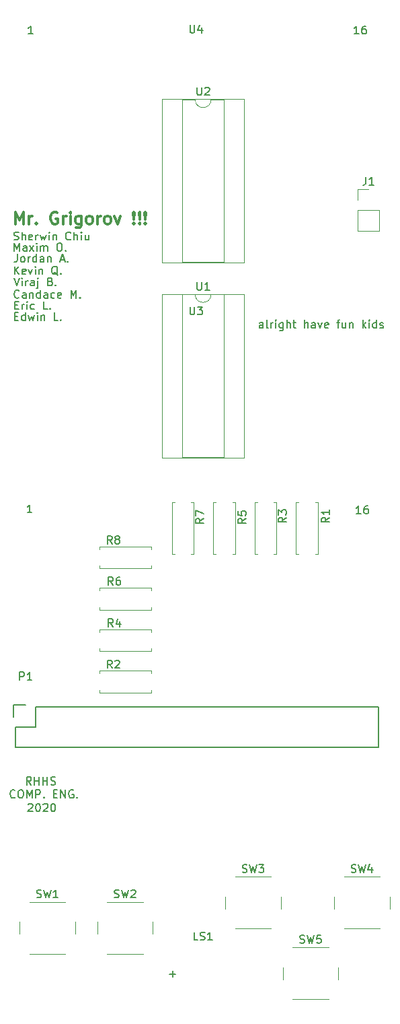
<source format=gbr>
G04 #@! TF.GenerationSoftware,KiCad,Pcbnew,(5.1.0)-1*
G04 #@! TF.CreationDate,2019-12-12T14:08:26-05:00*
G04 #@! TF.ProjectId,LEDMatrix,4c45444d-6174-4726-9978-2e6b69636164,rev?*
G04 #@! TF.SameCoordinates,Original*
G04 #@! TF.FileFunction,Legend,Top*
G04 #@! TF.FilePolarity,Positive*
%FSLAX46Y46*%
G04 Gerber Fmt 4.6, Leading zero omitted, Abs format (unit mm)*
G04 Created by KiCad (PCBNEW (5.1.0)-1) date 2019-12-12 14:08:26*
%MOMM*%
%LPD*%
G04 APERTURE LIST*
%ADD10C,0.150000*%
%ADD11C,0.300000*%
%ADD12C,0.120000*%
G04 APERTURE END LIST*
D10*
X66606066Y-78582780D02*
X66606066Y-78058971D01*
X66558447Y-77963733D01*
X66463209Y-77916114D01*
X66272733Y-77916114D01*
X66177495Y-77963733D01*
X66606066Y-78535161D02*
X66510828Y-78582780D01*
X66272733Y-78582780D01*
X66177495Y-78535161D01*
X66129876Y-78439923D01*
X66129876Y-78344685D01*
X66177495Y-78249447D01*
X66272733Y-78201828D01*
X66510828Y-78201828D01*
X66606066Y-78154209D01*
X67225114Y-78582780D02*
X67129876Y-78535161D01*
X67082257Y-78439923D01*
X67082257Y-77582780D01*
X67606066Y-78582780D02*
X67606066Y-77916114D01*
X67606066Y-78106590D02*
X67653685Y-78011352D01*
X67701304Y-77963733D01*
X67796542Y-77916114D01*
X67891780Y-77916114D01*
X68225114Y-78582780D02*
X68225114Y-77916114D01*
X68225114Y-77582780D02*
X68177495Y-77630400D01*
X68225114Y-77678019D01*
X68272733Y-77630400D01*
X68225114Y-77582780D01*
X68225114Y-77678019D01*
X69129876Y-77916114D02*
X69129876Y-78725638D01*
X69082257Y-78820876D01*
X69034638Y-78868495D01*
X68939400Y-78916114D01*
X68796542Y-78916114D01*
X68701304Y-78868495D01*
X69129876Y-78535161D02*
X69034638Y-78582780D01*
X68844161Y-78582780D01*
X68748923Y-78535161D01*
X68701304Y-78487542D01*
X68653685Y-78392304D01*
X68653685Y-78106590D01*
X68701304Y-78011352D01*
X68748923Y-77963733D01*
X68844161Y-77916114D01*
X69034638Y-77916114D01*
X69129876Y-77963733D01*
X69606066Y-78582780D02*
X69606066Y-77582780D01*
X70034638Y-78582780D02*
X70034638Y-78058971D01*
X69987019Y-77963733D01*
X69891780Y-77916114D01*
X69748923Y-77916114D01*
X69653685Y-77963733D01*
X69606066Y-78011352D01*
X70367971Y-77916114D02*
X70748923Y-77916114D01*
X70510828Y-77582780D02*
X70510828Y-78439923D01*
X70558447Y-78535161D01*
X70653685Y-78582780D01*
X70748923Y-78582780D01*
X71844161Y-78582780D02*
X71844161Y-77582780D01*
X72272733Y-78582780D02*
X72272733Y-78058971D01*
X72225114Y-77963733D01*
X72129876Y-77916114D01*
X71987019Y-77916114D01*
X71891780Y-77963733D01*
X71844161Y-78011352D01*
X73177495Y-78582780D02*
X73177495Y-78058971D01*
X73129876Y-77963733D01*
X73034638Y-77916114D01*
X72844161Y-77916114D01*
X72748923Y-77963733D01*
X73177495Y-78535161D02*
X73082257Y-78582780D01*
X72844161Y-78582780D01*
X72748923Y-78535161D01*
X72701304Y-78439923D01*
X72701304Y-78344685D01*
X72748923Y-78249447D01*
X72844161Y-78201828D01*
X73082257Y-78201828D01*
X73177495Y-78154209D01*
X73558447Y-77916114D02*
X73796542Y-78582780D01*
X74034638Y-77916114D01*
X74796542Y-78535161D02*
X74701304Y-78582780D01*
X74510828Y-78582780D01*
X74415590Y-78535161D01*
X74367971Y-78439923D01*
X74367971Y-78058971D01*
X74415590Y-77963733D01*
X74510828Y-77916114D01*
X74701304Y-77916114D01*
X74796542Y-77963733D01*
X74844161Y-78058971D01*
X74844161Y-78154209D01*
X74367971Y-78249447D01*
X75891780Y-77916114D02*
X76272733Y-77916114D01*
X76034638Y-78582780D02*
X76034638Y-77725638D01*
X76082257Y-77630400D01*
X76177495Y-77582780D01*
X76272733Y-77582780D01*
X77034638Y-77916114D02*
X77034638Y-78582780D01*
X76606066Y-77916114D02*
X76606066Y-78439923D01*
X76653685Y-78535161D01*
X76748923Y-78582780D01*
X76891780Y-78582780D01*
X76987019Y-78535161D01*
X77034638Y-78487542D01*
X77510828Y-77916114D02*
X77510828Y-78582780D01*
X77510828Y-78011352D02*
X77558447Y-77963733D01*
X77653685Y-77916114D01*
X77796542Y-77916114D01*
X77891780Y-77963733D01*
X77939400Y-78058971D01*
X77939400Y-78582780D01*
X79177495Y-78582780D02*
X79177495Y-77582780D01*
X79272733Y-78201828D02*
X79558447Y-78582780D01*
X79558447Y-77916114D02*
X79177495Y-78297066D01*
X79987019Y-78582780D02*
X79987019Y-77916114D01*
X79987019Y-77582780D02*
X79939400Y-77630400D01*
X79987019Y-77678019D01*
X80034638Y-77630400D01*
X79987019Y-77582780D01*
X79987019Y-77678019D01*
X80891780Y-78582780D02*
X80891780Y-77582780D01*
X80891780Y-78535161D02*
X80796542Y-78582780D01*
X80606066Y-78582780D01*
X80510828Y-78535161D01*
X80463209Y-78487542D01*
X80415590Y-78392304D01*
X80415590Y-78106590D01*
X80463209Y-78011352D01*
X80510828Y-77963733D01*
X80606066Y-77916114D01*
X80796542Y-77916114D01*
X80891780Y-77963733D01*
X81320352Y-78535161D02*
X81415590Y-78582780D01*
X81606066Y-78582780D01*
X81701304Y-78535161D01*
X81748923Y-78439923D01*
X81748923Y-78392304D01*
X81701304Y-78297066D01*
X81606066Y-78249447D01*
X81463209Y-78249447D01*
X81367971Y-78201828D01*
X81320352Y-78106590D01*
X81320352Y-78058971D01*
X81367971Y-77963733D01*
X81463209Y-77916114D01*
X81606066Y-77916114D01*
X81701304Y-77963733D01*
X35322238Y-77093771D02*
X35655571Y-77093771D01*
X35798428Y-77617580D02*
X35322238Y-77617580D01*
X35322238Y-76617580D01*
X35798428Y-76617580D01*
X36655571Y-77617580D02*
X36655571Y-76617580D01*
X36655571Y-77569961D02*
X36560333Y-77617580D01*
X36369857Y-77617580D01*
X36274619Y-77569961D01*
X36227000Y-77522342D01*
X36179380Y-77427104D01*
X36179380Y-77141390D01*
X36227000Y-77046152D01*
X36274619Y-76998533D01*
X36369857Y-76950914D01*
X36560333Y-76950914D01*
X36655571Y-76998533D01*
X37036523Y-76950914D02*
X37227000Y-77617580D01*
X37417476Y-77141390D01*
X37607952Y-77617580D01*
X37798428Y-76950914D01*
X38179380Y-77617580D02*
X38179380Y-76950914D01*
X38179380Y-76617580D02*
X38131761Y-76665200D01*
X38179380Y-76712819D01*
X38227000Y-76665200D01*
X38179380Y-76617580D01*
X38179380Y-76712819D01*
X38655571Y-76950914D02*
X38655571Y-77617580D01*
X38655571Y-77046152D02*
X38703190Y-76998533D01*
X38798428Y-76950914D01*
X38941285Y-76950914D01*
X39036523Y-76998533D01*
X39084142Y-77093771D01*
X39084142Y-77617580D01*
X40798428Y-77617580D02*
X40322238Y-77617580D01*
X40322238Y-76617580D01*
X41131761Y-77522342D02*
X41179380Y-77569961D01*
X41131761Y-77617580D01*
X41084142Y-77569961D01*
X41131761Y-77522342D01*
X41131761Y-77617580D01*
X35352314Y-75709471D02*
X35685647Y-75709471D01*
X35828504Y-76233280D02*
X35352314Y-76233280D01*
X35352314Y-75233280D01*
X35828504Y-75233280D01*
X36257076Y-76233280D02*
X36257076Y-75566614D01*
X36257076Y-75757090D02*
X36304695Y-75661852D01*
X36352314Y-75614233D01*
X36447552Y-75566614D01*
X36542790Y-75566614D01*
X36876123Y-76233280D02*
X36876123Y-75566614D01*
X36876123Y-75233280D02*
X36828504Y-75280900D01*
X36876123Y-75328519D01*
X36923742Y-75280900D01*
X36876123Y-75233280D01*
X36876123Y-75328519D01*
X37780885Y-76185661D02*
X37685647Y-76233280D01*
X37495171Y-76233280D01*
X37399933Y-76185661D01*
X37352314Y-76138042D01*
X37304695Y-76042804D01*
X37304695Y-75757090D01*
X37352314Y-75661852D01*
X37399933Y-75614233D01*
X37495171Y-75566614D01*
X37685647Y-75566614D01*
X37780885Y-75614233D01*
X39447552Y-76233280D02*
X38971361Y-76233280D01*
X38971361Y-75233280D01*
X39780885Y-76138042D02*
X39828504Y-76185661D01*
X39780885Y-76233280D01*
X39733266Y-76185661D01*
X39780885Y-76138042D01*
X39780885Y-76233280D01*
D11*
X35407828Y-65486671D02*
X35407828Y-63986671D01*
X35907828Y-65058100D01*
X36407828Y-63986671D01*
X36407828Y-65486671D01*
X37122114Y-65486671D02*
X37122114Y-64486671D01*
X37122114Y-64772385D02*
X37193542Y-64629528D01*
X37264971Y-64558100D01*
X37407828Y-64486671D01*
X37550685Y-64486671D01*
X38050685Y-65343814D02*
X38122114Y-65415242D01*
X38050685Y-65486671D01*
X37979257Y-65415242D01*
X38050685Y-65343814D01*
X38050685Y-65486671D01*
X40693542Y-64058100D02*
X40550685Y-63986671D01*
X40336400Y-63986671D01*
X40122114Y-64058100D01*
X39979257Y-64200957D01*
X39907828Y-64343814D01*
X39836400Y-64629528D01*
X39836400Y-64843814D01*
X39907828Y-65129528D01*
X39979257Y-65272385D01*
X40122114Y-65415242D01*
X40336400Y-65486671D01*
X40479257Y-65486671D01*
X40693542Y-65415242D01*
X40764971Y-65343814D01*
X40764971Y-64843814D01*
X40479257Y-64843814D01*
X41407828Y-65486671D02*
X41407828Y-64486671D01*
X41407828Y-64772385D02*
X41479257Y-64629528D01*
X41550685Y-64558100D01*
X41693542Y-64486671D01*
X41836400Y-64486671D01*
X42336400Y-65486671D02*
X42336400Y-64486671D01*
X42336400Y-63986671D02*
X42264971Y-64058100D01*
X42336400Y-64129528D01*
X42407828Y-64058100D01*
X42336400Y-63986671D01*
X42336400Y-64129528D01*
X43693542Y-64486671D02*
X43693542Y-65700957D01*
X43622114Y-65843814D01*
X43550685Y-65915242D01*
X43407828Y-65986671D01*
X43193542Y-65986671D01*
X43050685Y-65915242D01*
X43693542Y-65415242D02*
X43550685Y-65486671D01*
X43264971Y-65486671D01*
X43122114Y-65415242D01*
X43050685Y-65343814D01*
X42979257Y-65200957D01*
X42979257Y-64772385D01*
X43050685Y-64629528D01*
X43122114Y-64558100D01*
X43264971Y-64486671D01*
X43550685Y-64486671D01*
X43693542Y-64558100D01*
X44622114Y-65486671D02*
X44479257Y-65415242D01*
X44407828Y-65343814D01*
X44336400Y-65200957D01*
X44336400Y-64772385D01*
X44407828Y-64629528D01*
X44479257Y-64558100D01*
X44622114Y-64486671D01*
X44836400Y-64486671D01*
X44979257Y-64558100D01*
X45050685Y-64629528D01*
X45122114Y-64772385D01*
X45122114Y-65200957D01*
X45050685Y-65343814D01*
X44979257Y-65415242D01*
X44836400Y-65486671D01*
X44622114Y-65486671D01*
X45764971Y-65486671D02*
X45764971Y-64486671D01*
X45764971Y-64772385D02*
X45836400Y-64629528D01*
X45907828Y-64558100D01*
X46050685Y-64486671D01*
X46193542Y-64486671D01*
X46907828Y-65486671D02*
X46764971Y-65415242D01*
X46693542Y-65343814D01*
X46622114Y-65200957D01*
X46622114Y-64772385D01*
X46693542Y-64629528D01*
X46764971Y-64558100D01*
X46907828Y-64486671D01*
X47122114Y-64486671D01*
X47264971Y-64558100D01*
X47336400Y-64629528D01*
X47407828Y-64772385D01*
X47407828Y-65200957D01*
X47336400Y-65343814D01*
X47264971Y-65415242D01*
X47122114Y-65486671D01*
X46907828Y-65486671D01*
X47907828Y-64486671D02*
X48264971Y-65486671D01*
X48622114Y-64486671D01*
X50336400Y-65343814D02*
X50407828Y-65415242D01*
X50336400Y-65486671D01*
X50264971Y-65415242D01*
X50336400Y-65343814D01*
X50336400Y-65486671D01*
X50336400Y-64915242D02*
X50264971Y-64058100D01*
X50336400Y-63986671D01*
X50407828Y-64058100D01*
X50336400Y-64915242D01*
X50336400Y-63986671D01*
X51050685Y-65343814D02*
X51122114Y-65415242D01*
X51050685Y-65486671D01*
X50979257Y-65415242D01*
X51050685Y-65343814D01*
X51050685Y-65486671D01*
X51050685Y-64915242D02*
X50979257Y-64058100D01*
X51050685Y-63986671D01*
X51122114Y-64058100D01*
X51050685Y-64915242D01*
X51050685Y-63986671D01*
X51764971Y-65343814D02*
X51836400Y-65415242D01*
X51764971Y-65486671D01*
X51693542Y-65415242D01*
X51764971Y-65343814D01*
X51764971Y-65486671D01*
X51764971Y-64915242D02*
X51693542Y-64058100D01*
X51764971Y-63986671D01*
X51836400Y-64058100D01*
X51764971Y-64915242D01*
X51764971Y-63986671D01*
D10*
X35885880Y-74715642D02*
X35838261Y-74763261D01*
X35695404Y-74810880D01*
X35600166Y-74810880D01*
X35457309Y-74763261D01*
X35362071Y-74668023D01*
X35314452Y-74572785D01*
X35266833Y-74382309D01*
X35266833Y-74239452D01*
X35314452Y-74048976D01*
X35362071Y-73953738D01*
X35457309Y-73858500D01*
X35600166Y-73810880D01*
X35695404Y-73810880D01*
X35838261Y-73858500D01*
X35885880Y-73906119D01*
X36743023Y-74810880D02*
X36743023Y-74287071D01*
X36695404Y-74191833D01*
X36600166Y-74144214D01*
X36409690Y-74144214D01*
X36314452Y-74191833D01*
X36743023Y-74763261D02*
X36647785Y-74810880D01*
X36409690Y-74810880D01*
X36314452Y-74763261D01*
X36266833Y-74668023D01*
X36266833Y-74572785D01*
X36314452Y-74477547D01*
X36409690Y-74429928D01*
X36647785Y-74429928D01*
X36743023Y-74382309D01*
X37219214Y-74144214D02*
X37219214Y-74810880D01*
X37219214Y-74239452D02*
X37266833Y-74191833D01*
X37362071Y-74144214D01*
X37504928Y-74144214D01*
X37600166Y-74191833D01*
X37647785Y-74287071D01*
X37647785Y-74810880D01*
X38552547Y-74810880D02*
X38552547Y-73810880D01*
X38552547Y-74763261D02*
X38457309Y-74810880D01*
X38266833Y-74810880D01*
X38171595Y-74763261D01*
X38123976Y-74715642D01*
X38076357Y-74620404D01*
X38076357Y-74334690D01*
X38123976Y-74239452D01*
X38171595Y-74191833D01*
X38266833Y-74144214D01*
X38457309Y-74144214D01*
X38552547Y-74191833D01*
X39457309Y-74810880D02*
X39457309Y-74287071D01*
X39409690Y-74191833D01*
X39314452Y-74144214D01*
X39123976Y-74144214D01*
X39028738Y-74191833D01*
X39457309Y-74763261D02*
X39362071Y-74810880D01*
X39123976Y-74810880D01*
X39028738Y-74763261D01*
X38981119Y-74668023D01*
X38981119Y-74572785D01*
X39028738Y-74477547D01*
X39123976Y-74429928D01*
X39362071Y-74429928D01*
X39457309Y-74382309D01*
X40362071Y-74763261D02*
X40266833Y-74810880D01*
X40076357Y-74810880D01*
X39981119Y-74763261D01*
X39933500Y-74715642D01*
X39885880Y-74620404D01*
X39885880Y-74334690D01*
X39933500Y-74239452D01*
X39981119Y-74191833D01*
X40076357Y-74144214D01*
X40266833Y-74144214D01*
X40362071Y-74191833D01*
X41171595Y-74763261D02*
X41076357Y-74810880D01*
X40885880Y-74810880D01*
X40790642Y-74763261D01*
X40743023Y-74668023D01*
X40743023Y-74287071D01*
X40790642Y-74191833D01*
X40885880Y-74144214D01*
X41076357Y-74144214D01*
X41171595Y-74191833D01*
X41219214Y-74287071D01*
X41219214Y-74382309D01*
X40743023Y-74477547D01*
X42409690Y-74810880D02*
X42409690Y-73810880D01*
X42743023Y-74525166D01*
X43076357Y-73810880D01*
X43076357Y-74810880D01*
X43552547Y-74715642D02*
X43600166Y-74763261D01*
X43552547Y-74810880D01*
X43504928Y-74763261D01*
X43552547Y-74715642D01*
X43552547Y-74810880D01*
X35257123Y-72261480D02*
X35590457Y-73261480D01*
X35923790Y-72261480D01*
X36257123Y-73261480D02*
X36257123Y-72594814D01*
X36257123Y-72261480D02*
X36209504Y-72309100D01*
X36257123Y-72356719D01*
X36304742Y-72309100D01*
X36257123Y-72261480D01*
X36257123Y-72356719D01*
X36733314Y-73261480D02*
X36733314Y-72594814D01*
X36733314Y-72785290D02*
X36780933Y-72690052D01*
X36828552Y-72642433D01*
X36923790Y-72594814D01*
X37019028Y-72594814D01*
X37780933Y-73261480D02*
X37780933Y-72737671D01*
X37733314Y-72642433D01*
X37638076Y-72594814D01*
X37447600Y-72594814D01*
X37352361Y-72642433D01*
X37780933Y-73213861D02*
X37685695Y-73261480D01*
X37447600Y-73261480D01*
X37352361Y-73213861D01*
X37304742Y-73118623D01*
X37304742Y-73023385D01*
X37352361Y-72928147D01*
X37447600Y-72880528D01*
X37685695Y-72880528D01*
X37780933Y-72832909D01*
X38257123Y-72594814D02*
X38257123Y-73451957D01*
X38209504Y-73547195D01*
X38114266Y-73594814D01*
X38066647Y-73594814D01*
X38257123Y-72261480D02*
X38209504Y-72309100D01*
X38257123Y-72356719D01*
X38304742Y-72309100D01*
X38257123Y-72261480D01*
X38257123Y-72356719D01*
X39828552Y-72737671D02*
X39971409Y-72785290D01*
X40019028Y-72832909D01*
X40066647Y-72928147D01*
X40066647Y-73071004D01*
X40019028Y-73166242D01*
X39971409Y-73213861D01*
X39876171Y-73261480D01*
X39495219Y-73261480D01*
X39495219Y-72261480D01*
X39828552Y-72261480D01*
X39923790Y-72309100D01*
X39971409Y-72356719D01*
X40019028Y-72451957D01*
X40019028Y-72547195D01*
X39971409Y-72642433D01*
X39923790Y-72690052D01*
X39828552Y-72737671D01*
X39495219Y-72737671D01*
X40495219Y-73166242D02*
X40542838Y-73213861D01*
X40495219Y-73261480D01*
X40447600Y-73213861D01*
X40495219Y-73166242D01*
X40495219Y-73261480D01*
X35309538Y-71826380D02*
X35309538Y-70826380D01*
X35880966Y-71826380D02*
X35452395Y-71254952D01*
X35880966Y-70826380D02*
X35309538Y-71397809D01*
X36690490Y-71778761D02*
X36595252Y-71826380D01*
X36404776Y-71826380D01*
X36309538Y-71778761D01*
X36261919Y-71683523D01*
X36261919Y-71302571D01*
X36309538Y-71207333D01*
X36404776Y-71159714D01*
X36595252Y-71159714D01*
X36690490Y-71207333D01*
X36738109Y-71302571D01*
X36738109Y-71397809D01*
X36261919Y-71493047D01*
X37071442Y-71159714D02*
X37309538Y-71826380D01*
X37547633Y-71159714D01*
X37928585Y-71826380D02*
X37928585Y-71159714D01*
X37928585Y-70826380D02*
X37880966Y-70874000D01*
X37928585Y-70921619D01*
X37976204Y-70874000D01*
X37928585Y-70826380D01*
X37928585Y-70921619D01*
X38404776Y-71159714D02*
X38404776Y-71826380D01*
X38404776Y-71254952D02*
X38452395Y-71207333D01*
X38547633Y-71159714D01*
X38690490Y-71159714D01*
X38785728Y-71207333D01*
X38833347Y-71302571D01*
X38833347Y-71826380D01*
X40738109Y-71921619D02*
X40642871Y-71874000D01*
X40547633Y-71778761D01*
X40404776Y-71635904D01*
X40309538Y-71588285D01*
X40214300Y-71588285D01*
X40261919Y-71826380D02*
X40166680Y-71778761D01*
X40071442Y-71683523D01*
X40023823Y-71493047D01*
X40023823Y-71159714D01*
X40071442Y-70969238D01*
X40166680Y-70874000D01*
X40261919Y-70826380D01*
X40452395Y-70826380D01*
X40547633Y-70874000D01*
X40642871Y-70969238D01*
X40690490Y-71159714D01*
X40690490Y-71493047D01*
X40642871Y-71683523D01*
X40547633Y-71778761D01*
X40452395Y-71826380D01*
X40261919Y-71826380D01*
X41119061Y-71731142D02*
X41166680Y-71778761D01*
X41119061Y-71826380D01*
X41071442Y-71778761D01*
X41119061Y-71731142D01*
X41119061Y-71826380D01*
X35660390Y-69289680D02*
X35660390Y-70003966D01*
X35612771Y-70146823D01*
X35517533Y-70242061D01*
X35374676Y-70289680D01*
X35279438Y-70289680D01*
X36279438Y-70289680D02*
X36184200Y-70242061D01*
X36136580Y-70194442D01*
X36088961Y-70099204D01*
X36088961Y-69813490D01*
X36136580Y-69718252D01*
X36184200Y-69670633D01*
X36279438Y-69623014D01*
X36422295Y-69623014D01*
X36517533Y-69670633D01*
X36565152Y-69718252D01*
X36612771Y-69813490D01*
X36612771Y-70099204D01*
X36565152Y-70194442D01*
X36517533Y-70242061D01*
X36422295Y-70289680D01*
X36279438Y-70289680D01*
X37041342Y-70289680D02*
X37041342Y-69623014D01*
X37041342Y-69813490D02*
X37088961Y-69718252D01*
X37136580Y-69670633D01*
X37231819Y-69623014D01*
X37327057Y-69623014D01*
X38088961Y-70289680D02*
X38088961Y-69289680D01*
X38088961Y-70242061D02*
X37993723Y-70289680D01*
X37803247Y-70289680D01*
X37708009Y-70242061D01*
X37660390Y-70194442D01*
X37612771Y-70099204D01*
X37612771Y-69813490D01*
X37660390Y-69718252D01*
X37708009Y-69670633D01*
X37803247Y-69623014D01*
X37993723Y-69623014D01*
X38088961Y-69670633D01*
X38993723Y-70289680D02*
X38993723Y-69765871D01*
X38946104Y-69670633D01*
X38850866Y-69623014D01*
X38660390Y-69623014D01*
X38565152Y-69670633D01*
X38993723Y-70242061D02*
X38898485Y-70289680D01*
X38660390Y-70289680D01*
X38565152Y-70242061D01*
X38517533Y-70146823D01*
X38517533Y-70051585D01*
X38565152Y-69956347D01*
X38660390Y-69908728D01*
X38898485Y-69908728D01*
X38993723Y-69861109D01*
X39469914Y-69623014D02*
X39469914Y-70289680D01*
X39469914Y-69718252D02*
X39517533Y-69670633D01*
X39612771Y-69623014D01*
X39755628Y-69623014D01*
X39850866Y-69670633D01*
X39898485Y-69765871D01*
X39898485Y-70289680D01*
X41088961Y-70003966D02*
X41565152Y-70003966D01*
X40993723Y-70289680D02*
X41327057Y-69289680D01*
X41660390Y-70289680D01*
X41993723Y-70194442D02*
X42041342Y-70242061D01*
X41993723Y-70289680D01*
X41946104Y-70242061D01*
X41993723Y-70194442D01*
X41993723Y-70289680D01*
X35255604Y-68905380D02*
X35255604Y-67905380D01*
X35588938Y-68619666D01*
X35922271Y-67905380D01*
X35922271Y-68905380D01*
X36827033Y-68905380D02*
X36827033Y-68381571D01*
X36779414Y-68286333D01*
X36684176Y-68238714D01*
X36493700Y-68238714D01*
X36398461Y-68286333D01*
X36827033Y-68857761D02*
X36731795Y-68905380D01*
X36493700Y-68905380D01*
X36398461Y-68857761D01*
X36350842Y-68762523D01*
X36350842Y-68667285D01*
X36398461Y-68572047D01*
X36493700Y-68524428D01*
X36731795Y-68524428D01*
X36827033Y-68476809D01*
X37207985Y-68905380D02*
X37731795Y-68238714D01*
X37207985Y-68238714D02*
X37731795Y-68905380D01*
X38112747Y-68905380D02*
X38112747Y-68238714D01*
X38112747Y-67905380D02*
X38065128Y-67953000D01*
X38112747Y-68000619D01*
X38160366Y-67953000D01*
X38112747Y-67905380D01*
X38112747Y-68000619D01*
X38588938Y-68905380D02*
X38588938Y-68238714D01*
X38588938Y-68333952D02*
X38636557Y-68286333D01*
X38731795Y-68238714D01*
X38874652Y-68238714D01*
X38969890Y-68286333D01*
X39017509Y-68381571D01*
X39017509Y-68905380D01*
X39017509Y-68381571D02*
X39065128Y-68286333D01*
X39160366Y-68238714D01*
X39303223Y-68238714D01*
X39398461Y-68286333D01*
X39446080Y-68381571D01*
X39446080Y-68905380D01*
X40874652Y-67905380D02*
X41065128Y-67905380D01*
X41160366Y-67953000D01*
X41255604Y-68048238D01*
X41303223Y-68238714D01*
X41303223Y-68572047D01*
X41255604Y-68762523D01*
X41160366Y-68857761D01*
X41065128Y-68905380D01*
X40874652Y-68905380D01*
X40779414Y-68857761D01*
X40684176Y-68762523D01*
X40636557Y-68572047D01*
X40636557Y-68238714D01*
X40684176Y-68048238D01*
X40779414Y-67953000D01*
X40874652Y-67905380D01*
X41731795Y-68810142D02*
X41779414Y-68857761D01*
X41731795Y-68905380D01*
X41684176Y-68857761D01*
X41731795Y-68810142D01*
X41731795Y-68905380D01*
X35239914Y-67460761D02*
X35382771Y-67508380D01*
X35620866Y-67508380D01*
X35716104Y-67460761D01*
X35763723Y-67413142D01*
X35811342Y-67317904D01*
X35811342Y-67222666D01*
X35763723Y-67127428D01*
X35716104Y-67079809D01*
X35620866Y-67032190D01*
X35430390Y-66984571D01*
X35335152Y-66936952D01*
X35287533Y-66889333D01*
X35239914Y-66794095D01*
X35239914Y-66698857D01*
X35287533Y-66603619D01*
X35335152Y-66556000D01*
X35430390Y-66508380D01*
X35668485Y-66508380D01*
X35811342Y-66556000D01*
X36239914Y-67508380D02*
X36239914Y-66508380D01*
X36668485Y-67508380D02*
X36668485Y-66984571D01*
X36620866Y-66889333D01*
X36525628Y-66841714D01*
X36382771Y-66841714D01*
X36287533Y-66889333D01*
X36239914Y-66936952D01*
X37525628Y-67460761D02*
X37430390Y-67508380D01*
X37239914Y-67508380D01*
X37144676Y-67460761D01*
X37097057Y-67365523D01*
X37097057Y-66984571D01*
X37144676Y-66889333D01*
X37239914Y-66841714D01*
X37430390Y-66841714D01*
X37525628Y-66889333D01*
X37573247Y-66984571D01*
X37573247Y-67079809D01*
X37097057Y-67175047D01*
X38001819Y-67508380D02*
X38001819Y-66841714D01*
X38001819Y-67032190D02*
X38049438Y-66936952D01*
X38097057Y-66889333D01*
X38192295Y-66841714D01*
X38287533Y-66841714D01*
X38525628Y-66841714D02*
X38716104Y-67508380D01*
X38906580Y-67032190D01*
X39097057Y-67508380D01*
X39287533Y-66841714D01*
X39668485Y-67508380D02*
X39668485Y-66841714D01*
X39668485Y-66508380D02*
X39620866Y-66556000D01*
X39668485Y-66603619D01*
X39716104Y-66556000D01*
X39668485Y-66508380D01*
X39668485Y-66603619D01*
X40144676Y-66841714D02*
X40144676Y-67508380D01*
X40144676Y-66936952D02*
X40192295Y-66889333D01*
X40287533Y-66841714D01*
X40430390Y-66841714D01*
X40525628Y-66889333D01*
X40573247Y-66984571D01*
X40573247Y-67508380D01*
X42382771Y-67413142D02*
X42335152Y-67460761D01*
X42192295Y-67508380D01*
X42097057Y-67508380D01*
X41954200Y-67460761D01*
X41858961Y-67365523D01*
X41811342Y-67270285D01*
X41763723Y-67079809D01*
X41763723Y-66936952D01*
X41811342Y-66746476D01*
X41858961Y-66651238D01*
X41954200Y-66556000D01*
X42097057Y-66508380D01*
X42192295Y-66508380D01*
X42335152Y-66556000D01*
X42382771Y-66603619D01*
X42811342Y-67508380D02*
X42811342Y-66508380D01*
X43239914Y-67508380D02*
X43239914Y-66984571D01*
X43192295Y-66889333D01*
X43097057Y-66841714D01*
X42954200Y-66841714D01*
X42858961Y-66889333D01*
X42811342Y-66936952D01*
X43716104Y-67508380D02*
X43716104Y-66841714D01*
X43716104Y-66508380D02*
X43668485Y-66556000D01*
X43716104Y-66603619D01*
X43763723Y-66556000D01*
X43716104Y-66508380D01*
X43716104Y-66603619D01*
X44620866Y-66841714D02*
X44620866Y-67508380D01*
X44192295Y-66841714D02*
X44192295Y-67365523D01*
X44239914Y-67460761D01*
X44335152Y-67508380D01*
X44478009Y-67508380D01*
X44573247Y-67460761D01*
X44620866Y-67413142D01*
X37020714Y-138485619D02*
X37068333Y-138438000D01*
X37163571Y-138390380D01*
X37401666Y-138390380D01*
X37496904Y-138438000D01*
X37544523Y-138485619D01*
X37592142Y-138580857D01*
X37592142Y-138676095D01*
X37544523Y-138818952D01*
X36973095Y-139390380D01*
X37592142Y-139390380D01*
X38211190Y-138390380D02*
X38306428Y-138390380D01*
X38401666Y-138438000D01*
X38449285Y-138485619D01*
X38496904Y-138580857D01*
X38544523Y-138771333D01*
X38544523Y-139009428D01*
X38496904Y-139199904D01*
X38449285Y-139295142D01*
X38401666Y-139342761D01*
X38306428Y-139390380D01*
X38211190Y-139390380D01*
X38115952Y-139342761D01*
X38068333Y-139295142D01*
X38020714Y-139199904D01*
X37973095Y-139009428D01*
X37973095Y-138771333D01*
X38020714Y-138580857D01*
X38068333Y-138485619D01*
X38115952Y-138438000D01*
X38211190Y-138390380D01*
X38925476Y-138485619D02*
X38973095Y-138438000D01*
X39068333Y-138390380D01*
X39306428Y-138390380D01*
X39401666Y-138438000D01*
X39449285Y-138485619D01*
X39496904Y-138580857D01*
X39496904Y-138676095D01*
X39449285Y-138818952D01*
X38877857Y-139390380D01*
X39496904Y-139390380D01*
X40115952Y-138390380D02*
X40211190Y-138390380D01*
X40306428Y-138438000D01*
X40354047Y-138485619D01*
X40401666Y-138580857D01*
X40449285Y-138771333D01*
X40449285Y-139009428D01*
X40401666Y-139199904D01*
X40354047Y-139295142D01*
X40306428Y-139342761D01*
X40211190Y-139390380D01*
X40115952Y-139390380D01*
X40020714Y-139342761D01*
X39973095Y-139295142D01*
X39925476Y-139199904D01*
X39877857Y-139009428D01*
X39877857Y-138771333D01*
X39925476Y-138580857D01*
X39973095Y-138485619D01*
X40020714Y-138438000D01*
X40115952Y-138390380D01*
X37393761Y-136025380D02*
X37060428Y-135549190D01*
X36822333Y-136025380D02*
X36822333Y-135025380D01*
X37203285Y-135025380D01*
X37298523Y-135073000D01*
X37346142Y-135120619D01*
X37393761Y-135215857D01*
X37393761Y-135358714D01*
X37346142Y-135453952D01*
X37298523Y-135501571D01*
X37203285Y-135549190D01*
X36822333Y-135549190D01*
X37822333Y-136025380D02*
X37822333Y-135025380D01*
X37822333Y-135501571D02*
X38393761Y-135501571D01*
X38393761Y-136025380D02*
X38393761Y-135025380D01*
X38869952Y-136025380D02*
X38869952Y-135025380D01*
X38869952Y-135501571D02*
X39441380Y-135501571D01*
X39441380Y-136025380D02*
X39441380Y-135025380D01*
X39869952Y-135977761D02*
X40012809Y-136025380D01*
X40250904Y-136025380D01*
X40346142Y-135977761D01*
X40393761Y-135930142D01*
X40441380Y-135834904D01*
X40441380Y-135739666D01*
X40393761Y-135644428D01*
X40346142Y-135596809D01*
X40250904Y-135549190D01*
X40060428Y-135501571D01*
X39965190Y-135453952D01*
X39917571Y-135406333D01*
X39869952Y-135311095D01*
X39869952Y-135215857D01*
X39917571Y-135120619D01*
X39965190Y-135073000D01*
X40060428Y-135025380D01*
X40298523Y-135025380D01*
X40441380Y-135073000D01*
X35369952Y-137580142D02*
X35322333Y-137627761D01*
X35179476Y-137675380D01*
X35084238Y-137675380D01*
X34941380Y-137627761D01*
X34846142Y-137532523D01*
X34798523Y-137437285D01*
X34750904Y-137246809D01*
X34750904Y-137103952D01*
X34798523Y-136913476D01*
X34846142Y-136818238D01*
X34941380Y-136723000D01*
X35084238Y-136675380D01*
X35179476Y-136675380D01*
X35322333Y-136723000D01*
X35369952Y-136770619D01*
X35989000Y-136675380D02*
X36179476Y-136675380D01*
X36274714Y-136723000D01*
X36369952Y-136818238D01*
X36417571Y-137008714D01*
X36417571Y-137342047D01*
X36369952Y-137532523D01*
X36274714Y-137627761D01*
X36179476Y-137675380D01*
X35989000Y-137675380D01*
X35893761Y-137627761D01*
X35798523Y-137532523D01*
X35750904Y-137342047D01*
X35750904Y-137008714D01*
X35798523Y-136818238D01*
X35893761Y-136723000D01*
X35989000Y-136675380D01*
X36846142Y-137675380D02*
X36846142Y-136675380D01*
X37179476Y-137389666D01*
X37512809Y-136675380D01*
X37512809Y-137675380D01*
X37989000Y-137675380D02*
X37989000Y-136675380D01*
X38369952Y-136675380D01*
X38465190Y-136723000D01*
X38512809Y-136770619D01*
X38560428Y-136865857D01*
X38560428Y-137008714D01*
X38512809Y-137103952D01*
X38465190Y-137151571D01*
X38369952Y-137199190D01*
X37989000Y-137199190D01*
X38989000Y-137580142D02*
X39036619Y-137627761D01*
X38989000Y-137675380D01*
X38941380Y-137627761D01*
X38989000Y-137580142D01*
X38989000Y-137675380D01*
X40227095Y-137151571D02*
X40560428Y-137151571D01*
X40703285Y-137675380D02*
X40227095Y-137675380D01*
X40227095Y-136675380D01*
X40703285Y-136675380D01*
X41131857Y-137675380D02*
X41131857Y-136675380D01*
X41703285Y-137675380D01*
X41703285Y-136675380D01*
X42703285Y-136723000D02*
X42608047Y-136675380D01*
X42465190Y-136675380D01*
X42322333Y-136723000D01*
X42227095Y-136818238D01*
X42179476Y-136913476D01*
X42131857Y-137103952D01*
X42131857Y-137246809D01*
X42179476Y-137437285D01*
X42227095Y-137532523D01*
X42322333Y-137627761D01*
X42465190Y-137675380D01*
X42560428Y-137675380D01*
X42703285Y-137627761D01*
X42750904Y-137580142D01*
X42750904Y-137246809D01*
X42560428Y-137246809D01*
X43179476Y-137580142D02*
X43227095Y-137627761D01*
X43179476Y-137675380D01*
X43131857Y-137627761D01*
X43179476Y-137580142D01*
X43179476Y-137675380D01*
D12*
X55145000Y-107029000D02*
X55475000Y-107029000D01*
X55145000Y-100489000D02*
X55145000Y-107029000D01*
X55475000Y-100489000D02*
X55145000Y-100489000D01*
X57885000Y-107029000D02*
X57555000Y-107029000D01*
X57885000Y-100489000D02*
X57885000Y-107029000D01*
X57555000Y-100489000D02*
X57885000Y-100489000D01*
D10*
X35433000Y-131318000D02*
X81153000Y-131318000D01*
X81153000Y-126238000D02*
X37973000Y-126238000D01*
X81153000Y-131318000D02*
X81153000Y-126238000D01*
X35433000Y-131318000D02*
X35433000Y-128778000D01*
X36703000Y-125958000D02*
X35153000Y-125958000D01*
X35433000Y-128778000D02*
X37973000Y-128778000D01*
X37973000Y-128778000D02*
X37973000Y-126238000D01*
X35153000Y-125958000D02*
X35153000Y-127508000D01*
D12*
X73176000Y-100489000D02*
X73506000Y-100489000D01*
X73506000Y-100489000D02*
X73506000Y-107029000D01*
X73506000Y-107029000D02*
X73176000Y-107029000D01*
X71096000Y-100489000D02*
X70766000Y-100489000D01*
X70766000Y-100489000D02*
X70766000Y-107029000D01*
X70766000Y-107029000D02*
X71096000Y-107029000D01*
X52546000Y-124433000D02*
X52546000Y-124103000D01*
X46006000Y-124433000D02*
X52546000Y-124433000D01*
X46006000Y-124103000D02*
X46006000Y-124433000D01*
X52546000Y-121693000D02*
X52546000Y-122023000D01*
X46006000Y-121693000D02*
X52546000Y-121693000D01*
X46006000Y-122023000D02*
X46006000Y-121693000D01*
X65559000Y-107029000D02*
X65889000Y-107029000D01*
X65559000Y-100489000D02*
X65559000Y-107029000D01*
X65889000Y-100489000D02*
X65559000Y-100489000D01*
X68299000Y-107029000D02*
X67969000Y-107029000D01*
X68299000Y-100489000D02*
X68299000Y-107029000D01*
X67969000Y-100489000D02*
X68299000Y-100489000D01*
X52546000Y-119226000D02*
X52546000Y-118896000D01*
X46006000Y-119226000D02*
X52546000Y-119226000D01*
X46006000Y-118896000D02*
X46006000Y-119226000D01*
X52546000Y-116486000D02*
X52546000Y-116816000D01*
X46006000Y-116486000D02*
X52546000Y-116486000D01*
X46006000Y-116816000D02*
X46006000Y-116486000D01*
X62762000Y-100489000D02*
X63092000Y-100489000D01*
X63092000Y-100489000D02*
X63092000Y-107029000D01*
X63092000Y-107029000D02*
X62762000Y-107029000D01*
X60682000Y-100489000D02*
X60352000Y-100489000D01*
X60352000Y-100489000D02*
X60352000Y-107029000D01*
X60352000Y-107029000D02*
X60682000Y-107029000D01*
X52546000Y-114019000D02*
X52546000Y-113689000D01*
X46006000Y-114019000D02*
X52546000Y-114019000D01*
X46006000Y-113689000D02*
X46006000Y-114019000D01*
X52546000Y-111279000D02*
X52546000Y-111609000D01*
X46006000Y-111279000D02*
X52546000Y-111279000D01*
X46006000Y-111609000D02*
X46006000Y-111279000D01*
X46006000Y-106402000D02*
X46006000Y-106072000D01*
X46006000Y-106072000D02*
X52546000Y-106072000D01*
X52546000Y-106072000D02*
X52546000Y-106402000D01*
X46006000Y-108482000D02*
X46006000Y-108812000D01*
X46006000Y-108812000D02*
X52546000Y-108812000D01*
X52546000Y-108812000D02*
X52546000Y-108482000D01*
X37195000Y-157265000D02*
X41695000Y-157265000D01*
X35945000Y-153265000D02*
X35945000Y-154765000D01*
X41695000Y-150765000D02*
X37195000Y-150765000D01*
X42945000Y-154765000D02*
X42945000Y-153265000D01*
X52724000Y-154765000D02*
X52724000Y-153265000D01*
X51474000Y-150765000D02*
X46974000Y-150765000D01*
X45724000Y-153265000D02*
X45724000Y-154765000D01*
X46974000Y-157265000D02*
X51474000Y-157265000D01*
X68853000Y-151590000D02*
X68853000Y-150090000D01*
X67603000Y-147590000D02*
X63103000Y-147590000D01*
X61853000Y-150090000D02*
X61853000Y-151590000D01*
X63103000Y-154090000D02*
X67603000Y-154090000D01*
X76819000Y-154090000D02*
X81319000Y-154090000D01*
X75569000Y-150090000D02*
X75569000Y-151590000D01*
X81319000Y-147590000D02*
X76819000Y-147590000D01*
X82569000Y-151590000D02*
X82569000Y-150090000D01*
X70342000Y-162980000D02*
X74842000Y-162980000D01*
X69092000Y-158980000D02*
X69092000Y-160480000D01*
X74842000Y-156480000D02*
X70342000Y-156480000D01*
X76092000Y-160480000D02*
X76092000Y-158980000D01*
X60055000Y-74362000D02*
G75*
G02X58055000Y-74362000I-1000000J0D01*
G01*
X58055000Y-74362000D02*
X56405000Y-74362000D01*
X56405000Y-74362000D02*
X56405000Y-94802000D01*
X56405000Y-94802000D02*
X61705000Y-94802000D01*
X61705000Y-94802000D02*
X61705000Y-74362000D01*
X61705000Y-74362000D02*
X60055000Y-74362000D01*
X53915000Y-74302000D02*
X53915000Y-94862000D01*
X53915000Y-94862000D02*
X64195000Y-94862000D01*
X64195000Y-94862000D02*
X64195000Y-74302000D01*
X64195000Y-74302000D02*
X53915000Y-74302000D01*
X64195000Y-49791000D02*
X53915000Y-49791000D01*
X64195000Y-70351000D02*
X64195000Y-49791000D01*
X53915000Y-70351000D02*
X64195000Y-70351000D01*
X53915000Y-49791000D02*
X53915000Y-70351000D01*
X61705000Y-49851000D02*
X60055000Y-49851000D01*
X61705000Y-70291000D02*
X61705000Y-49851000D01*
X56405000Y-70291000D02*
X61705000Y-70291000D01*
X56405000Y-49851000D02*
X56405000Y-70291000D01*
X58055000Y-49851000D02*
X56405000Y-49851000D01*
X60055000Y-49851000D02*
G75*
G02X58055000Y-49851000I-1000000J0D01*
G01*
X78553000Y-66354000D02*
X81213000Y-66354000D01*
X78553000Y-63754000D02*
X78553000Y-66354000D01*
X81213000Y-63754000D02*
X81213000Y-66354000D01*
X78553000Y-63754000D02*
X81213000Y-63754000D01*
X78553000Y-62484000D02*
X78553000Y-61154000D01*
X78553000Y-61154000D02*
X79883000Y-61154000D01*
D10*
X58402142Y-155558380D02*
X57925952Y-155558380D01*
X57925952Y-154558380D01*
X58687857Y-155510761D02*
X58830714Y-155558380D01*
X59068809Y-155558380D01*
X59164047Y-155510761D01*
X59211666Y-155463142D01*
X59259285Y-155367904D01*
X59259285Y-155272666D01*
X59211666Y-155177428D01*
X59164047Y-155129809D01*
X59068809Y-155082190D01*
X58878333Y-155034571D01*
X58783095Y-154986952D01*
X58735476Y-154939333D01*
X58687857Y-154844095D01*
X58687857Y-154748857D01*
X58735476Y-154653619D01*
X58783095Y-154606000D01*
X58878333Y-154558380D01*
X59116428Y-154558380D01*
X59259285Y-154606000D01*
X60211666Y-155558380D02*
X59640238Y-155558380D01*
X59925952Y-155558380D02*
X59925952Y-154558380D01*
X59830714Y-154701238D01*
X59735476Y-154796476D01*
X59640238Y-154844095D01*
X54854047Y-159837428D02*
X55615952Y-159837428D01*
X55235000Y-160218380D02*
X55235000Y-159456476D01*
X57404095Y-75906380D02*
X57404095Y-76715904D01*
X57451714Y-76811142D01*
X57499333Y-76858761D01*
X57594571Y-76906380D01*
X57785047Y-76906380D01*
X57880285Y-76858761D01*
X57927904Y-76811142D01*
X57975523Y-76715904D01*
X57975523Y-75906380D01*
X58356476Y-75906380D02*
X58975523Y-75906380D01*
X58642190Y-76287333D01*
X58785047Y-76287333D01*
X58880285Y-76334952D01*
X58927904Y-76382571D01*
X58975523Y-76477809D01*
X58975523Y-76715904D01*
X58927904Y-76811142D01*
X58880285Y-76858761D01*
X58785047Y-76906380D01*
X58499333Y-76906380D01*
X58404095Y-76858761D01*
X58356476Y-76811142D01*
X37496714Y-101798380D02*
X36925285Y-101798380D01*
X37211000Y-101798380D02*
X37211000Y-100798380D01*
X37115761Y-100941238D01*
X37020523Y-101036476D01*
X36925285Y-101084095D01*
X78930523Y-101925380D02*
X78359095Y-101925380D01*
X78644809Y-101925380D02*
X78644809Y-100925380D01*
X78549571Y-101068238D01*
X78454333Y-101163476D01*
X78359095Y-101211095D01*
X79787666Y-100925380D02*
X79597190Y-100925380D01*
X79501952Y-100973000D01*
X79454333Y-101020619D01*
X79359095Y-101163476D01*
X79311476Y-101353952D01*
X79311476Y-101734904D01*
X79359095Y-101830142D01*
X79406714Y-101877761D01*
X79501952Y-101925380D01*
X79692428Y-101925380D01*
X79787666Y-101877761D01*
X79835285Y-101830142D01*
X79882904Y-101734904D01*
X79882904Y-101496809D01*
X79835285Y-101401571D01*
X79787666Y-101353952D01*
X79692428Y-101306333D01*
X79501952Y-101306333D01*
X79406714Y-101353952D01*
X79359095Y-101401571D01*
X79311476Y-101496809D01*
X59126380Y-102528666D02*
X58650190Y-102862000D01*
X59126380Y-103100095D02*
X58126380Y-103100095D01*
X58126380Y-102719142D01*
X58174000Y-102623904D01*
X58221619Y-102576285D01*
X58316857Y-102528666D01*
X58459714Y-102528666D01*
X58554952Y-102576285D01*
X58602571Y-102623904D01*
X58650190Y-102719142D01*
X58650190Y-103100095D01*
X58126380Y-102195333D02*
X58126380Y-101528666D01*
X59126380Y-101957238D01*
X35964904Y-122860380D02*
X35964904Y-121860380D01*
X36345857Y-121860380D01*
X36441095Y-121908000D01*
X36488714Y-121955619D01*
X36536333Y-122050857D01*
X36536333Y-122193714D01*
X36488714Y-122288952D01*
X36441095Y-122336571D01*
X36345857Y-122384190D01*
X35964904Y-122384190D01*
X37488714Y-122860380D02*
X36917285Y-122860380D01*
X37203000Y-122860380D02*
X37203000Y-121860380D01*
X37107761Y-122003238D01*
X37012523Y-122098476D01*
X36917285Y-122146095D01*
X74958380Y-102401666D02*
X74482190Y-102735000D01*
X74958380Y-102973095D02*
X73958380Y-102973095D01*
X73958380Y-102592142D01*
X74006000Y-102496904D01*
X74053619Y-102449285D01*
X74148857Y-102401666D01*
X74291714Y-102401666D01*
X74386952Y-102449285D01*
X74434571Y-102496904D01*
X74482190Y-102592142D01*
X74482190Y-102973095D01*
X74958380Y-101449285D02*
X74958380Y-102020714D01*
X74958380Y-101735000D02*
X73958380Y-101735000D01*
X74101238Y-101830238D01*
X74196476Y-101925476D01*
X74244095Y-102020714D01*
X47585333Y-121356380D02*
X47252000Y-120880190D01*
X47013904Y-121356380D02*
X47013904Y-120356380D01*
X47394857Y-120356380D01*
X47490095Y-120404000D01*
X47537714Y-120451619D01*
X47585333Y-120546857D01*
X47585333Y-120689714D01*
X47537714Y-120784952D01*
X47490095Y-120832571D01*
X47394857Y-120880190D01*
X47013904Y-120880190D01*
X47966285Y-120451619D02*
X48013904Y-120404000D01*
X48109142Y-120356380D01*
X48347238Y-120356380D01*
X48442476Y-120404000D01*
X48490095Y-120451619D01*
X48537714Y-120546857D01*
X48537714Y-120642095D01*
X48490095Y-120784952D01*
X47918666Y-121356380D01*
X48537714Y-121356380D01*
X69540380Y-102401666D02*
X69064190Y-102735000D01*
X69540380Y-102973095D02*
X68540380Y-102973095D01*
X68540380Y-102592142D01*
X68588000Y-102496904D01*
X68635619Y-102449285D01*
X68730857Y-102401666D01*
X68873714Y-102401666D01*
X68968952Y-102449285D01*
X69016571Y-102496904D01*
X69064190Y-102592142D01*
X69064190Y-102973095D01*
X68540380Y-102068333D02*
X68540380Y-101449285D01*
X68921333Y-101782619D01*
X68921333Y-101639761D01*
X68968952Y-101544523D01*
X69016571Y-101496904D01*
X69111809Y-101449285D01*
X69349904Y-101449285D01*
X69445142Y-101496904D01*
X69492761Y-101544523D01*
X69540380Y-101639761D01*
X69540380Y-101925476D01*
X69492761Y-102020714D01*
X69445142Y-102068333D01*
X47712333Y-116160379D02*
X47379000Y-115684189D01*
X47140904Y-116160379D02*
X47140904Y-115160379D01*
X47521857Y-115160379D01*
X47617095Y-115207999D01*
X47664714Y-115255618D01*
X47712333Y-115350856D01*
X47712333Y-115493713D01*
X47664714Y-115588951D01*
X47617095Y-115636570D01*
X47521857Y-115684189D01*
X47140904Y-115684189D01*
X48569476Y-115493713D02*
X48569476Y-116160379D01*
X48331380Y-115112760D02*
X48093285Y-115827046D01*
X48712333Y-115827046D01*
X64460380Y-102528666D02*
X63984190Y-102862000D01*
X64460380Y-103100095D02*
X63460380Y-103100095D01*
X63460380Y-102719142D01*
X63508000Y-102623904D01*
X63555619Y-102576285D01*
X63650857Y-102528666D01*
X63793714Y-102528666D01*
X63888952Y-102576285D01*
X63936571Y-102623904D01*
X63984190Y-102719142D01*
X63984190Y-103100095D01*
X63460380Y-101623904D02*
X63460380Y-102100095D01*
X63936571Y-102147714D01*
X63888952Y-102100095D01*
X63841333Y-102004857D01*
X63841333Y-101766761D01*
X63888952Y-101671523D01*
X63936571Y-101623904D01*
X64031809Y-101576285D01*
X64269904Y-101576285D01*
X64365142Y-101623904D01*
X64412761Y-101671523D01*
X64460380Y-101766761D01*
X64460380Y-102004857D01*
X64412761Y-102100095D01*
X64365142Y-102147714D01*
X47706332Y-110891379D02*
X47372999Y-110415189D01*
X47134903Y-110891379D02*
X47134903Y-109891379D01*
X47515856Y-109891379D01*
X47611094Y-109938999D01*
X47658713Y-109986618D01*
X47706332Y-110081856D01*
X47706332Y-110224713D01*
X47658713Y-110319951D01*
X47611094Y-110367570D01*
X47515856Y-110415189D01*
X47134903Y-110415189D01*
X48563475Y-109891379D02*
X48372999Y-109891379D01*
X48277760Y-109938999D01*
X48230141Y-109986618D01*
X48134903Y-110129475D01*
X48087284Y-110319951D01*
X48087284Y-110700903D01*
X48134903Y-110796141D01*
X48182522Y-110843760D01*
X48277760Y-110891379D01*
X48468237Y-110891379D01*
X48563475Y-110843760D01*
X48611094Y-110796141D01*
X48658713Y-110700903D01*
X48658713Y-110462808D01*
X48611094Y-110367570D01*
X48563475Y-110319951D01*
X48468237Y-110272332D01*
X48277760Y-110272332D01*
X48182522Y-110319951D01*
X48134903Y-110367570D01*
X48087284Y-110462808D01*
X47585333Y-105735380D02*
X47252000Y-105259190D01*
X47013904Y-105735380D02*
X47013904Y-104735380D01*
X47394857Y-104735380D01*
X47490095Y-104783000D01*
X47537714Y-104830619D01*
X47585333Y-104925857D01*
X47585333Y-105068714D01*
X47537714Y-105163952D01*
X47490095Y-105211571D01*
X47394857Y-105259190D01*
X47013904Y-105259190D01*
X48156761Y-105163952D02*
X48061523Y-105116333D01*
X48013904Y-105068714D01*
X47966285Y-104973476D01*
X47966285Y-104925857D01*
X48013904Y-104830619D01*
X48061523Y-104783000D01*
X48156761Y-104735380D01*
X48347238Y-104735380D01*
X48442476Y-104783000D01*
X48490095Y-104830619D01*
X48537714Y-104925857D01*
X48537714Y-104973476D01*
X48490095Y-105068714D01*
X48442476Y-105116333D01*
X48347238Y-105163952D01*
X48156761Y-105163952D01*
X48061523Y-105211571D01*
X48013904Y-105259190D01*
X47966285Y-105354428D01*
X47966285Y-105544904D01*
X48013904Y-105640142D01*
X48061523Y-105687761D01*
X48156761Y-105735380D01*
X48347238Y-105735380D01*
X48442476Y-105687761D01*
X48490095Y-105640142D01*
X48537714Y-105544904D01*
X48537714Y-105354428D01*
X48490095Y-105259190D01*
X48442476Y-105211571D01*
X48347238Y-105163952D01*
X38111666Y-150169761D02*
X38254523Y-150217380D01*
X38492619Y-150217380D01*
X38587857Y-150169761D01*
X38635476Y-150122142D01*
X38683095Y-150026904D01*
X38683095Y-149931666D01*
X38635476Y-149836428D01*
X38587857Y-149788809D01*
X38492619Y-149741190D01*
X38302142Y-149693571D01*
X38206904Y-149645952D01*
X38159285Y-149598333D01*
X38111666Y-149503095D01*
X38111666Y-149407857D01*
X38159285Y-149312619D01*
X38206904Y-149265000D01*
X38302142Y-149217380D01*
X38540238Y-149217380D01*
X38683095Y-149265000D01*
X39016428Y-149217380D02*
X39254523Y-150217380D01*
X39445000Y-149503095D01*
X39635476Y-150217380D01*
X39873571Y-149217380D01*
X40778333Y-150217380D02*
X40206904Y-150217380D01*
X40492619Y-150217380D02*
X40492619Y-149217380D01*
X40397380Y-149360238D01*
X40302142Y-149455476D01*
X40206904Y-149503095D01*
X47890666Y-150169761D02*
X48033523Y-150217380D01*
X48271619Y-150217380D01*
X48366857Y-150169761D01*
X48414476Y-150122142D01*
X48462095Y-150026904D01*
X48462095Y-149931666D01*
X48414476Y-149836428D01*
X48366857Y-149788809D01*
X48271619Y-149741190D01*
X48081142Y-149693571D01*
X47985904Y-149645952D01*
X47938285Y-149598333D01*
X47890666Y-149503095D01*
X47890666Y-149407857D01*
X47938285Y-149312619D01*
X47985904Y-149265000D01*
X48081142Y-149217380D01*
X48319238Y-149217380D01*
X48462095Y-149265000D01*
X48795428Y-149217380D02*
X49033523Y-150217380D01*
X49224000Y-149503095D01*
X49414476Y-150217380D01*
X49652571Y-149217380D01*
X49985904Y-149312619D02*
X50033523Y-149265000D01*
X50128761Y-149217380D01*
X50366857Y-149217380D01*
X50462095Y-149265000D01*
X50509714Y-149312619D01*
X50557333Y-149407857D01*
X50557333Y-149503095D01*
X50509714Y-149645952D01*
X49938285Y-150217380D01*
X50557333Y-150217380D01*
X64019666Y-146994761D02*
X64162523Y-147042380D01*
X64400619Y-147042380D01*
X64495857Y-146994761D01*
X64543476Y-146947142D01*
X64591095Y-146851904D01*
X64591095Y-146756666D01*
X64543476Y-146661428D01*
X64495857Y-146613809D01*
X64400619Y-146566190D01*
X64210142Y-146518571D01*
X64114904Y-146470952D01*
X64067285Y-146423333D01*
X64019666Y-146328095D01*
X64019666Y-146232857D01*
X64067285Y-146137619D01*
X64114904Y-146090000D01*
X64210142Y-146042380D01*
X64448238Y-146042380D01*
X64591095Y-146090000D01*
X64924428Y-146042380D02*
X65162523Y-147042380D01*
X65353000Y-146328095D01*
X65543476Y-147042380D01*
X65781571Y-146042380D01*
X66067285Y-146042380D02*
X66686333Y-146042380D01*
X66353000Y-146423333D01*
X66495857Y-146423333D01*
X66591095Y-146470952D01*
X66638714Y-146518571D01*
X66686333Y-146613809D01*
X66686333Y-146851904D01*
X66638714Y-146947142D01*
X66591095Y-146994761D01*
X66495857Y-147042380D01*
X66210142Y-147042380D01*
X66114904Y-146994761D01*
X66067285Y-146947142D01*
X77735666Y-146994761D02*
X77878523Y-147042380D01*
X78116619Y-147042380D01*
X78211857Y-146994761D01*
X78259476Y-146947142D01*
X78307095Y-146851904D01*
X78307095Y-146756666D01*
X78259476Y-146661428D01*
X78211857Y-146613809D01*
X78116619Y-146566190D01*
X77926142Y-146518571D01*
X77830904Y-146470952D01*
X77783285Y-146423333D01*
X77735666Y-146328095D01*
X77735666Y-146232857D01*
X77783285Y-146137619D01*
X77830904Y-146090000D01*
X77926142Y-146042380D01*
X78164238Y-146042380D01*
X78307095Y-146090000D01*
X78640428Y-146042380D02*
X78878523Y-147042380D01*
X79069000Y-146328095D01*
X79259476Y-147042380D01*
X79497571Y-146042380D01*
X80307095Y-146375714D02*
X80307095Y-147042380D01*
X80069000Y-145994761D02*
X79830904Y-146709047D01*
X80449952Y-146709047D01*
X71258666Y-155884761D02*
X71401523Y-155932380D01*
X71639619Y-155932380D01*
X71734857Y-155884761D01*
X71782476Y-155837142D01*
X71830095Y-155741904D01*
X71830095Y-155646666D01*
X71782476Y-155551428D01*
X71734857Y-155503809D01*
X71639619Y-155456190D01*
X71449142Y-155408571D01*
X71353904Y-155360952D01*
X71306285Y-155313333D01*
X71258666Y-155218095D01*
X71258666Y-155122857D01*
X71306285Y-155027619D01*
X71353904Y-154980000D01*
X71449142Y-154932380D01*
X71687238Y-154932380D01*
X71830095Y-154980000D01*
X72163428Y-154932380D02*
X72401523Y-155932380D01*
X72592000Y-155218095D01*
X72782476Y-155932380D01*
X73020571Y-154932380D01*
X73877714Y-154932380D02*
X73401523Y-154932380D01*
X73353904Y-155408571D01*
X73401523Y-155360952D01*
X73496761Y-155313333D01*
X73734857Y-155313333D01*
X73830095Y-155360952D01*
X73877714Y-155408571D01*
X73925333Y-155503809D01*
X73925333Y-155741904D01*
X73877714Y-155837142D01*
X73830095Y-155884761D01*
X73734857Y-155932380D01*
X73496761Y-155932380D01*
X73401523Y-155884761D01*
X73353904Y-155837142D01*
X58293095Y-72814380D02*
X58293095Y-73623904D01*
X58340714Y-73719142D01*
X58388333Y-73766761D01*
X58483571Y-73814380D01*
X58674047Y-73814380D01*
X58769285Y-73766761D01*
X58816904Y-73719142D01*
X58864523Y-73623904D01*
X58864523Y-72814380D01*
X59864523Y-73814380D02*
X59293095Y-73814380D01*
X59578809Y-73814380D02*
X59578809Y-72814380D01*
X59483571Y-72957238D01*
X59388333Y-73052476D01*
X59293095Y-73100095D01*
X58293095Y-48303380D02*
X58293095Y-49112904D01*
X58340714Y-49208142D01*
X58388333Y-49255761D01*
X58483571Y-49303380D01*
X58674047Y-49303380D01*
X58769285Y-49255761D01*
X58816904Y-49208142D01*
X58864523Y-49112904D01*
X58864523Y-48303380D01*
X59293095Y-48398619D02*
X59340714Y-48351000D01*
X59435952Y-48303380D01*
X59674047Y-48303380D01*
X59769285Y-48351000D01*
X59816904Y-48398619D01*
X59864523Y-48493857D01*
X59864523Y-48589095D01*
X59816904Y-48731952D01*
X59245476Y-49303380D01*
X59864523Y-49303380D01*
X57404095Y-40473380D02*
X57404095Y-41282904D01*
X57451714Y-41378142D01*
X57499333Y-41425761D01*
X57594571Y-41473380D01*
X57785047Y-41473380D01*
X57880285Y-41425761D01*
X57927904Y-41378142D01*
X57975523Y-41282904D01*
X57975523Y-40473380D01*
X58880285Y-40806714D02*
X58880285Y-41473380D01*
X58642190Y-40425761D02*
X58404095Y-41140047D01*
X59023142Y-41140047D01*
X78676523Y-41600380D02*
X78105095Y-41600380D01*
X78390809Y-41600380D02*
X78390809Y-40600380D01*
X78295571Y-40743238D01*
X78200333Y-40838476D01*
X78105095Y-40886095D01*
X79533666Y-40600380D02*
X79343190Y-40600380D01*
X79247952Y-40648000D01*
X79200333Y-40695619D01*
X79105095Y-40838476D01*
X79057476Y-41028952D01*
X79057476Y-41409904D01*
X79105095Y-41505142D01*
X79152714Y-41552761D01*
X79247952Y-41600380D01*
X79438428Y-41600380D01*
X79533666Y-41552761D01*
X79581285Y-41505142D01*
X79628904Y-41409904D01*
X79628904Y-41171809D01*
X79581285Y-41076571D01*
X79533666Y-41028952D01*
X79438428Y-40981333D01*
X79247952Y-40981333D01*
X79152714Y-41028952D01*
X79105095Y-41076571D01*
X79057476Y-41171809D01*
X37623714Y-41600380D02*
X37052285Y-41600380D01*
X37338000Y-41600380D02*
X37338000Y-40600380D01*
X37242761Y-40743238D01*
X37147523Y-40838476D01*
X37052285Y-40886095D01*
X79549666Y-59606380D02*
X79549666Y-60320666D01*
X79502047Y-60463523D01*
X79406809Y-60558761D01*
X79263952Y-60606380D01*
X79168714Y-60606380D01*
X80549666Y-60606380D02*
X79978238Y-60606380D01*
X80263952Y-60606380D02*
X80263952Y-59606380D01*
X80168714Y-59749238D01*
X80073476Y-59844476D01*
X79978238Y-59892095D01*
M02*

</source>
